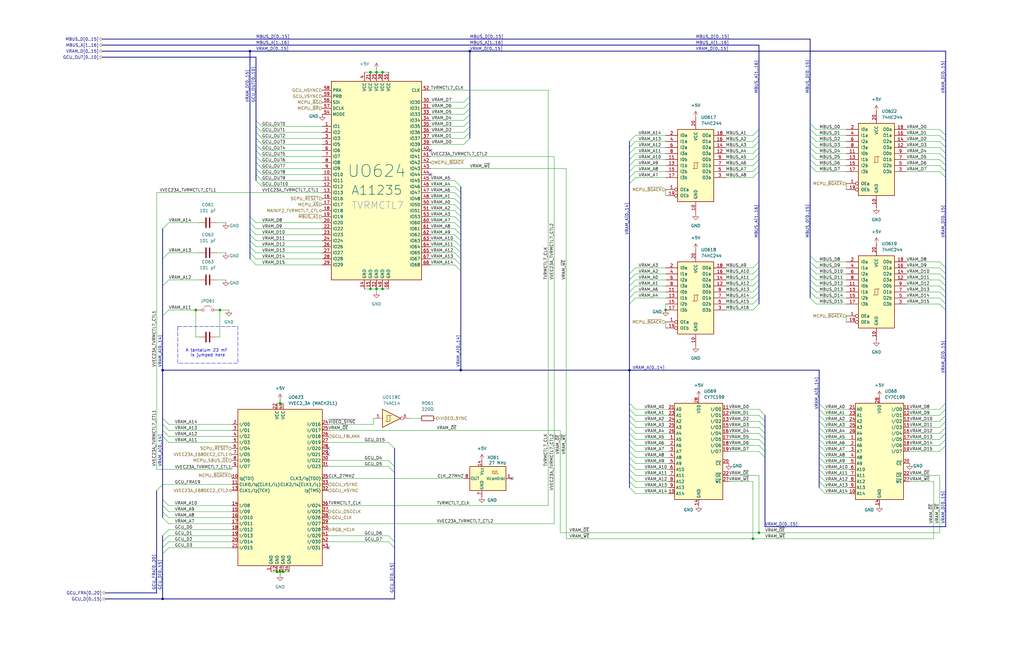
<source format=kicad_sch>
(kicad_sch (version 20231120) (generator "eeschema") (generator_version "8.0")
  (paper "B")
  (title_block (title "RA9704, Video RAM and Bus Mgmt") (date "2024-12-31") (rev "004") (company "Coin-Op Collection") (comment 1 "Author: Brandon Arnold") (comment 2 "License: CC BY-NC-SA 4.0"))
  (junction (at 92.71 130.81))
  (junction (at 116.84 241.3))
  (junction (at 118.11 241.3))
  (junction (at 265.43 156.21))
  (junction (at 198.12 21.59))
  (junction (at 156.21 30.48))
  (junction (at 320.04 224.79))
  (junction (at 317.5 227.33))
  (junction (at 156.21 121.92))
  (junction (at 68.58 252.73))
  (junction (at 118.11 170.18))
  (junction (at 158.75 30.48))
  (junction (at 194.31 156.21))
  (junction (at 161.29 30.48))
  (junction (at 105.41 21.59))
  (junction (at 68.58 156.21))
  (junction (at 119.38 241.3))
  (junction (at 161.29 121.92))
  (junction (at 158.75 121.92))
  (junction (at 280.67 130.81))
  (junction (at 82.55 130.81))
  (no_connect (at 138.43 191.77))
  (no_connect (at 181.61 63.5))
  (no_connect (at 138.43 189.23))
  (no_connect (at 138.43 231.14))
  (no_connect (at 215.9 201.93))
  (no_connect (at 181.61 73.66))
  (bus_entry (at 398.78 175.26) (size -2.54 2.54))
  (bus_entry (at 267.97 59.69) (size -2.54 2.54))
  (bus_entry (at 341.63 118.11) (size 2.54 2.54))
  (bus_entry (at 341.63 64.77) (size 2.54 2.54))
  (bus_entry (at 68.58 215.9) (size 2.54 2.54))
  (bus_entry (at 341.63 62.23) (size 2.54 2.54))
  (bus_entry (at 163.83 228.6) (size 2.54 2.54))
  (bus_entry (at 107.95 68.58) (size 2.54 2.54))
  (bus_entry (at 71.12 93.98) (size -2.54 2.54))
  (bus_entry (at 320.04 123.19) (size -2.54 2.54))
  (bus_entry (at 107.95 63.5) (size 2.54 2.54))
  (bus_entry (at 107.95 66.04) (size 2.54 2.54))
  (bus_entry (at 191.77 104.14) (size 2.54 2.54))
  (bus_entry (at 396.24 59.69) (size 2.54 2.54))
  (bus_entry (at 396.24 120.65) (size 2.54 2.54))
  (bus_entry (at 345.44 200.66) (size 2.54 2.54))
  (bus_entry (at 267.97 113.03) (size -2.54 2.54))
  (bus_entry (at 345.44 170.18) (size 2.54 2.54))
  (bus_entry (at 320.04 177.8) (size 2.54 2.54))
  (bus_entry (at 191.77 88.9) (size 2.54 2.54))
  (bus_entry (at 191.77 86.36) (size 2.54 2.54))
  (bus_entry (at 320.04 128.27) (size -2.54 2.54))
  (bus_entry (at 320.04 115.57) (size -2.54 2.54))
  (bus_entry (at 320.04 125.73) (size -2.54 2.54))
  (bus_entry (at 191.77 83.82) (size 2.54 2.54))
  (bus_entry (at 345.44 190.5) (size 2.54 2.54))
  (bus_entry (at 396.24 118.11) (size 2.54 2.54))
  (bus_entry (at 345.44 203.2) (size 2.54 2.54))
  (bus_entry (at 320.04 72.39) (size -2.54 2.54))
  (bus_entry (at 345.44 180.34) (size 2.54 2.54))
  (bus_entry (at 163.83 226.06) (size 2.54 2.54))
  (bus_entry (at 105.41 93.98) (size 2.54 2.54))
  (bus_entry (at 396.24 128.27) (size 2.54 2.54))
  (bus_entry (at 267.97 67.31) (size -2.54 2.54))
  (bus_entry (at 68.58 204.47) (size -2.54 2.54))
  (bus_entry (at 341.63 125.73) (size 2.54 2.54))
  (bus_entry (at 345.44 198.12) (size 2.54 2.54))
  (bus_entry (at 398.78 187.96) (size -2.54 2.54))
  (bus_entry (at 191.77 76.2) (size 2.54 2.54))
  (bus_entry (at 107.95 50.8) (size 2.54 2.54))
  (bus_entry (at 341.63 107.95) (size 2.54 2.54))
  (bus_entry (at 398.78 180.34) (size -2.54 2.54))
  (bus_entry (at 320.04 175.26) (size 2.54 2.54))
  (bus_entry (at 265.43 187.96) (size 2.54 2.54))
  (bus_entry (at 107.95 60.96) (size 2.54 2.54))
  (bus_entry (at 198.12 43.18) (size -2.54 2.54))
  (bus_entry (at 267.97 72.39) (size -2.54 2.54))
  (bus_entry (at 265.43 172.72) (size 2.54 2.54))
  (bus_entry (at 191.77 93.98) (size 2.54 2.54))
  (bus_entry (at 320.04 120.65) (size -2.54 2.54))
  (bus_entry (at 341.63 123.19) (size 2.54 2.54))
  (bus_entry (at 398.78 185.42) (size -2.54 2.54))
  (bus_entry (at 396.24 110.49) (size 2.54 2.54))
  (bus_entry (at 341.63 115.57) (size 2.54 2.54))
  (bus_entry (at 71.12 223.52) (size -2.54 2.54))
  (bus_entry (at 191.77 96.52) (size 2.54 2.54))
  (bus_entry (at 265.43 203.2) (size 2.54 2.54))
  (bus_entry (at 396.24 113.03) (size 2.54 2.54))
  (bus_entry (at 71.12 231.14) (size -2.54 2.54))
  (bus_entry (at 345.44 172.72) (size 2.54 2.54))
  (bus_entry (at 267.97 62.23) (size -2.54 2.54))
  (bus_entry (at 267.97 125.73) (size -2.54 2.54))
  (bus_entry (at 345.44 185.42) (size 2.54 2.54))
  (bus_entry (at 68.58 179.07) (size 2.54 2.54))
  (bus_entry (at 105.41 99.06) (size 2.54 2.54))
  (bus_entry (at 105.41 109.22) (size 2.54 2.54))
  (bus_entry (at 320.04 182.88) (size 2.54 2.54))
  (bus_entry (at 396.24 62.23) (size 2.54 2.54))
  (bus_entry (at 341.63 52.07) (size 2.54 2.54))
  (bus_entry (at 265.43 175.26) (size 2.54 2.54))
  (bus_entry (at 198.12 50.8) (size -2.54 2.54))
  (bus_entry (at 265.43 185.42) (size 2.54 2.54))
  (bus_entry (at 320.04 187.96) (size 2.54 2.54))
  (bus_entry (at 68.58 184.15) (size 2.54 2.54))
  (bus_entry (at 267.97 64.77) (size -2.54 2.54))
  (bus_entry (at 265.43 182.88) (size 2.54 2.54))
  (bus_entry (at 267.97 115.57) (size -2.54 2.54))
  (bus_entry (at 105.41 96.52) (size 2.54 2.54))
  (bus_entry (at 267.97 57.15) (size -2.54 2.54))
  (bus_entry (at 267.97 118.11) (size -2.54 2.54))
  (bus_entry (at 265.43 205.74) (size 2.54 2.54))
  (bus_entry (at 191.77 91.44) (size 2.54 2.54))
  (bus_entry (at 341.63 113.03) (size 2.54 2.54))
  (bus_entry (at 320.04 57.15) (size -2.54 2.54))
  (bus_entry (at 107.95 76.2) (size 2.54 2.54))
  (bus_entry (at 68.58 213.36) (size 2.54 2.54))
  (bus_entry (at 163.83 196.85) (size 2.54 2.54))
  (bus_entry (at 68.58 181.61) (size 2.54 2.54))
  (bus_entry (at 320.04 118.11) (size -2.54 2.54))
  (bus_entry (at 345.44 177.8) (size 2.54 2.54))
  (bus_entry (at 105.41 104.14) (size 2.54 2.54))
  (bus_entry (at 71.12 228.6) (size -2.54 2.54))
  (bus_entry (at 320.04 67.31) (size -2.54 2.54))
  (bus_entry (at 320.04 62.23) (size -2.54 2.54))
  (bus_entry (at 191.77 78.74) (size 2.54 2.54))
  (bus_entry (at 320.04 59.69) (size -2.54 2.54))
  (bus_entry (at 107.95 55.88) (size 2.54 2.54))
  (bus_entry (at 398.78 177.8) (size -2.54 2.54))
  (bus_entry (at 396.24 67.31) (size 2.54 2.54))
  (bus_entry (at 107.95 71.12) (size 2.54 2.54))
  (bus_entry (at 320.04 110.49) (size -2.54 2.54))
  (bus_entry (at 320.04 185.42) (size 2.54 2.54))
  (bus_entry (at 320.04 172.72) (size 2.54 2.54))
  (bus_entry (at 320.04 190.5) (size 2.54 2.54))
  (bus_entry (at 396.24 54.61) (size 2.54 2.54))
  (bus_entry (at 267.97 74.93) (size -2.54 2.54))
  (bus_entry (at 198.12 58.42) (size -2.54 2.54))
  (bus_entry (at 345.44 193.04) (size 2.54 2.54))
  (bus_entry (at 105.41 106.68) (size 2.54 2.54))
  (bus_entry (at 191.77 109.22) (size 2.54 2.54))
  (bus_entry (at 396.24 125.73) (size 2.54 2.54))
  (bus_entry (at 345.44 175.26) (size 2.54 2.54))
  (bus_entry (at 345.44 187.96) (size 2.54 2.54))
  (bus_entry (at 107.95 58.42) (size 2.54 2.54))
  (bus_entry (at 198.12 55.88) (size -2.54 2.54))
  (bus_entry (at 107.95 53.34) (size 2.54 2.54))
  (bus_entry (at 396.24 72.39) (size 2.54 2.54))
  (bus_entry (at 396.24 57.15) (size 2.54 2.54))
  (bus_entry (at 341.63 57.15) (size 2.54 2.54))
  (bus_entry (at 396.24 123.19) (size 2.54 2.54))
  (bus_entry (at 265.43 177.8) (size 2.54 2.54))
  (bus_entry (at 163.83 194.31) (size 2.54 2.54))
  (bus_entry (at 265.43 170.18) (size 2.54 2.54))
  (bus_entry (at 105.41 101.6) (size 2.54 2.54))
  (bus_entry (at 68.58 210.82) (size 2.54 2.54))
  (bus_entry (at 396.24 64.77) (size 2.54 2.54))
  (bus_entry (at 265.43 200.66) (size 2.54 2.54))
  (bus_entry (at 341.63 120.65) (size 2.54 2.54))
  (bus_entry (at 341.63 54.61) (size 2.54 2.54))
  (bus_entry (at 341.63 67.31) (size 2.54 2.54))
  (bus_entry (at 265.43 198.12) (size 2.54 2.54))
  (bus_entry (at 191.77 81.28) (size 2.54 2.54))
  (bus_entry (at 320.04 54.61) (size -2.54 2.54))
  (bus_entry (at 398.78 170.18) (size -2.54 2.54))
  (bus_entry (at 198.12 48.26) (size -2.54 2.54))
  (bus_entry (at 320.04 113.03) (size -2.54 2.54))
  (bus_entry (at 267.97 123.19) (size -2.54 2.54))
  (bus_entry (at 191.77 99.06) (size 2.54 2.54))
  (bus_entry (at 320.04 180.34) (size 2.54 2.54))
  (bus_entry (at 341.63 110.49) (size 2.54 2.54))
  (bus_entry (at 191.77 111.76) (size 2.54 2.54))
  (bus_entry (at 267.97 69.85) (size -2.54 2.54))
  (bus_entry (at 71.12 130.81) (size -2.54 2.54))
  (bus_entry (at 198.12 45.72) (size -2.54 2.54))
  (bus_entry (at 71.12 106.68) (size -2.54 2.54))
  (bus_entry (at 107.95 73.66) (size 2.54 2.54))
  (bus_entry (at 265.43 190.5) (size 2.54 2.54))
  (bus_entry (at 68.58 218.44) (size 2.54 2.54))
  (bus_entry (at 320.04 64.77) (size -2.54 2.54))
  (bus_entry (at 398.78 172.72) (size -2.54 2.54))
  (bus_entry (at 198.12 53.34) (size -2.54 2.54))
  (bus_entry (at 265.43 180.34) (size 2.54 2.54))
  (bus_entry (at 396.24 115.57) (size 2.54 2.54))
  (bus_entry (at 71.12 226.06) (size -2.54 2.54))
  (bus_entry (at 345.44 195.58) (size 2.54 2.54))
  (bus_entry (at 341.63 69.85) (size 2.54 2.54))
  (bus_entry (at 345.44 182.88) (size 2.54 2.54))
  (bus_entry (at 265.43 195.58) (size 2.54 2.54))
  (bus_entry (at 71.12 118.11) (size -2.54 2.54))
  (bus_entry (at 398.78 182.88) (size -2.54 2.54))
  (bus_entry (at 163.83 186.69) (size 2.54 2.54))
  (bus_entry (at 267.97 120.65) (size -2.54 2.54))
  (bus_entry (at 191.77 101.6) (size 2.54 2.54))
  (bus_entry (at 396.24 69.85) (size 2.54 2.54))
  (bus_entry (at 341.63 59.69) (size 2.54 2.54))
  (bus_entry (at 68.58 176.53) (size 2.54 2.54))
  (bus_entry (at 320.04 69.85) (size -2.54 2.54))
  (bus_entry (at 345.44 205.74) (size 2.54 2.54))
  (bus_entry (at 191.77 106.68) (size 2.54 2.54))
  (bus_entry (at 105.41 91.44) (size 2.54 2.54))
  (bus_entry (at 198.12 40.64) (size -2.54 2.54))
  (bus_entry (at 265.43 193.04) (size 2.54 2.54))
  (bus (pts (xy 194.31 96.52) (xy 194.31 99.06)))
  (bus (pts (xy 105.41 21.59) (xy 105.41 91.44)))
  (bus (pts (xy 194.31 88.9) (xy 194.31 91.44)))
  (wire (pts (xy 347.98 195.58) (xy 358.14 195.58)))
  (wire (pts (xy 306.07 72.39) (xy 317.5 72.39)))
  (wire (pts (xy 238.76 71.12) (xy 238.76 227.33)))
  (bus (pts (xy 320.04 54.61) (xy 320.04 19.05)))
  (wire (pts (xy 307.34 182.88) (xy 320.04 182.88)))
  (wire (pts (xy 138.43 228.6) (xy 163.83 228.6)))
  (wire (pts (xy 344.17 123.19) (xy 356.87 123.19)))
  (wire (pts (xy 383.54 182.88) (xy 396.24 182.88)))
  (wire (pts (xy 138.43 186.69) (xy 163.83 186.69)))
  (bus (pts (xy 265.43 172.72) (xy 265.43 175.26)))
  (bus (pts (xy 107.95 73.66) (xy 107.95 71.12)))
  (bus (pts (xy 194.31 101.6) (xy 194.31 104.14)))
  (bus (pts (xy 341.63 120.65) (xy 341.63 118.11)))
  (bus (pts (xy 398.78 115.57) (xy 398.78 118.11)))
  (bus (pts (xy 265.43 198.12) (xy 265.43 200.66)))
  (wire (pts (xy 195.58 45.72) (xy 181.61 45.72)))
  (bus (pts (xy 265.43 156.21) (xy 265.43 170.18)))
  (bus (pts (xy 320.04 57.15) (xy 320.04 54.61)))
  (bus (pts (xy 107.95 66.04) (xy 107.95 63.5)))
  (bus (pts (xy 105.41 104.14) (xy 105.41 106.68)))
  (wire (pts (xy 233.68 66.04) (xy 233.68 220.98)))
  (wire (pts (xy 138.43 220.98) (xy 233.68 220.98)))
  (wire (pts (xy 347.98 172.72) (xy 358.14 172.72)))
  (bus (pts (xy 320.04 118.11) (xy 320.04 115.57)))
  (bus (pts (xy 345.44 175.26) (xy 345.44 177.8)))
  (wire (pts (xy 267.97 187.96) (xy 281.94 187.96)))
  (wire (pts (xy 195.58 55.88) (xy 181.61 55.88)))
  (bus (pts (xy 105.41 96.52) (xy 105.41 99.06)))
  (wire (pts (xy 95.25 106.68) (xy 91.44 106.68)))
  (wire (pts (xy 383.54 180.34) (xy 396.24 180.34)))
  (wire (pts (xy 236.22 224.79) (xy 236.22 181.61)))
  (wire (pts (xy 382.27 57.15) (xy 396.24 57.15)))
  (wire (pts (xy 344.17 125.73) (xy 356.87 125.73)))
  (wire (pts (xy 71.12 130.81) (xy 82.55 130.81)))
  (bus (pts (xy 105.41 91.44) (xy 105.41 93.98)))
  (bus (pts (xy 166.37 199.39) (xy 166.37 228.6)))
  (wire (pts (xy 344.17 64.77) (xy 356.87 64.77)))
  (wire (pts (xy 267.97 120.65) (xy 280.67 120.65)))
  (bus (pts (xy 68.58 109.22) (xy 68.58 120.65)))
  (wire (pts (xy 107.95 104.14) (xy 135.89 104.14)))
  (wire (pts (xy 382.27 67.31) (xy 396.24 67.31)))
  (bus (pts (xy 68.58 120.65) (xy 68.58 133.35)))
  (bus (pts (xy 198.12 45.72) (xy 198.12 43.18)))
  (wire (pts (xy 267.97 205.74) (xy 281.94 205.74)))
  (bus (pts (xy 345.44 198.12) (xy 345.44 200.66)))
  (bus (pts (xy 322.58 187.96) (xy 322.58 190.5)))
  (bus (pts (xy 341.63 113.03) (xy 341.63 110.49)))
  (wire (pts (xy 267.97 113.03) (xy 280.67 113.03)))
  (bus (pts (xy 341.63 123.19) (xy 341.63 120.65)))
  (wire (pts (xy 71.12 223.52) (xy 97.79 223.52)))
  (wire (pts (xy 344.17 113.03) (xy 356.87 113.03)))
  (bus (pts (xy 398.78 180.34) (xy 398.78 182.88)))
  (bus (pts (xy 198.12 48.26) (xy 198.12 45.72)))
  (wire (pts (xy 267.97 118.11) (xy 280.67 118.11)))
  (bus (pts (xy 107.95 63.5) (xy 107.95 60.96)))
  (wire (pts (xy 344.17 128.27) (xy 356.87 128.27)))
  (wire (pts (xy 383.54 172.72) (xy 396.24 172.72)))
  (wire (pts (xy 307.34 203.2) (xy 317.5 203.2)))
  (bus (pts (xy 194.31 86.36) (xy 194.31 88.9)))
  (wire (pts (xy 181.61 88.9) (xy 191.77 88.9)))
  (wire (pts (xy 347.98 187.96) (xy 358.14 187.96)))
  (bus (pts (xy 265.43 180.34) (xy 265.43 182.88)))
  (bus (pts (xy 322.58 190.5) (xy 322.58 193.04)))
  (bus (pts (xy 265.43 187.96) (xy 265.43 190.5)))
  (wire (pts (xy 267.97 175.26) (xy 281.94 175.26)))
  (wire (pts (xy 157.48 179.07) (xy 157.48 176.53)))
  (bus (pts (xy 107.95 76.2) (xy 107.95 73.66)))
  (wire (pts (xy 267.97 57.15) (xy 280.67 57.15)))
  (bus (pts (xy 265.43 200.66) (xy 265.43 203.2)))
  (bus (pts (xy 345.44 185.42) (xy 345.44 187.96)))
  (bus (pts (xy 166.37 228.6) (xy 166.37 231.14)))
  (wire (pts (xy 307.34 190.5) (xy 320.04 190.5)))
  (wire (pts (xy 344.17 54.61) (xy 356.87 54.61)))
  (bus (pts (xy 320.04 110.49) (xy 320.04 72.39)))
  (wire (pts (xy 71.12 220.98) (xy 97.79 220.98)))
  (bus (pts (xy 265.43 123.19) (xy 265.43 125.73)))
  (bus (pts (xy 105.41 93.98) (xy 105.41 96.52)))
  (bus (pts (xy 194.31 78.74) (xy 194.31 81.28)))
  (wire (pts (xy 347.98 182.88) (xy 358.14 182.88)))
  (wire (pts (xy 181.61 81.28) (xy 191.77 81.28)))
  (wire (pts (xy 306.07 69.85) (xy 317.5 69.85)))
  (wire (pts (xy 383.54 175.26) (xy 396.24 175.26)))
  (bus (pts (xy 107.95 24.13) (xy 107.95 50.8)))
  (bus (pts (xy 68.58 176.53) (xy 68.58 179.07)))
  (bus (pts (xy 398.78 123.19) (xy 398.78 125.73)))
  (wire (pts (xy 344.17 118.11) (xy 356.87 118.11)))
  (bus (pts (xy 194.31 111.76) (xy 194.31 114.3)))
  (wire (pts (xy 107.95 101.6) (xy 135.89 101.6)))
  (wire (pts (xy 66.04 81.28) (xy 135.89 81.28)))
  (bus (pts (xy 345.44 195.58) (xy 345.44 198.12)))
  (bus (pts (xy 68.58 204.47) (xy 68.58 210.82)))
  (bus (pts (xy 322.58 175.26) (xy 322.58 177.8)))
  (wire (pts (xy 181.61 93.98) (xy 191.77 93.98)))
  (wire (pts (xy 267.97 125.73) (xy 280.67 125.73)))
  (bus (pts (xy 105.41 21.59) (xy 198.12 21.59)))
  (bus (pts (xy 341.63 59.69) (xy 341.63 57.15)))
  (wire (pts (xy 306.07 120.65) (xy 317.5 120.65)))
  (wire (pts (xy 267.97 123.19) (xy 280.67 123.19)))
  (bus (pts (xy 265.43 185.42) (xy 265.43 187.96)))
  (wire (pts (xy 347.98 200.66) (xy 358.14 200.66)))
  (bus (pts (xy 320.04 67.31) (xy 320.04 64.77)))
  (wire (pts (xy 83.82 142.24) (xy 82.55 142.24)))
  (wire (pts (xy 267.97 200.66) (xy 281.94 200.66)))
  (bus (pts (xy 198.12 21.59) (xy 198.12 40.64)))
  (bus (pts (xy 265.43 182.88) (xy 265.43 185.42)))
  (wire (pts (xy 396.24 200.66) (xy 396.24 224.79)))
  (wire (pts (xy 181.61 109.22) (xy 191.77 109.22)))
  (bus (pts (xy 68.58 226.06) (xy 68.58 228.6)))
  (wire (pts (xy 71.12 106.68) (xy 83.82 106.68)))
  (bus (pts (xy 398.78 21.59) (xy 398.78 57.15)))
  (bus (pts (xy 341.63 125.73) (xy 341.63 123.19)))
  (wire (pts (xy 110.49 53.34) (xy 135.89 53.34)))
  (bus (pts (xy 341.63 107.95) (xy 341.63 69.85)))
  (bus (pts (xy 320.04 113.03) (xy 320.04 110.49)))
  (bus (pts (xy 265.43 62.23) (xy 265.43 64.77)))
  (bus (pts (xy 68.58 215.9) (xy 68.58 218.44)))
  (bus (pts (xy 194.31 114.3) (xy 194.31 156.21)))
  (bus (pts (xy 107.95 55.88) (xy 107.95 53.34)))
  (wire (pts (xy 119.38 241.3) (xy 118.11 241.3)))
  (wire (pts (xy 344.17 62.23) (xy 356.87 62.23)))
  (wire (pts (xy 97.79 200.66) (xy 97.79 201.93)))
  (wire (pts (xy 344.17 120.65) (xy 356.87 120.65)))
  (bus (pts (xy 68.58 156.21) (xy 194.31 156.21)))
  (wire (pts (xy 356.87 77.47) (xy 356.87 80.01)))
  (bus (pts (xy 194.31 91.44) (xy 194.31 93.98)))
  (bus (pts (xy 322.58 182.88) (xy 322.58 185.42)))
  (bus (pts (xy 320.04 123.19) (xy 320.04 120.65)))
  (wire (pts (xy 382.27 120.65) (xy 396.24 120.65)))
  (wire (pts (xy 307.34 175.26) (xy 320.04 175.26)))
  (wire (pts (xy 382.27 62.23) (xy 396.24 62.23)))
  (wire (pts (xy 307.34 187.96) (xy 320.04 187.96)))
  (wire (pts (xy 267.97 193.04) (xy 281.94 193.04)))
  (wire (pts (xy 91.44 142.24) (xy 92.71 142.24)))
  (wire (pts (xy 158.75 30.48) (xy 161.29 30.48)))
  (bus (pts (xy 398.78 175.26) (xy 398.78 177.8)))
  (wire (pts (xy 181.61 111.76) (xy 191.77 111.76)))
  (wire (pts (xy 68.58 204.47) (xy 97.79 204.47)))
  (bus (pts (xy 345.44 180.34) (xy 345.44 182.88)))
  (wire (pts (xy 71.12 231.14) (xy 97.79 231.14)))
  (wire (pts (xy 238.76 227.33) (xy 317.5 227.33)))
  (wire (pts (xy 107.95 96.52) (xy 135.89 96.52)))
  (wire (pts (xy 66.04 81.28) (xy 66.04 198.12)))
  (wire (pts (xy 161.29 30.48) (xy 163.83 30.48)))
  (wire (pts (xy 267.97 177.8) (xy 281.94 177.8)))
  (wire (pts (xy 320.04 224.79) (xy 236.22 224.79)))
  (wire (pts (xy 107.95 99.06) (xy 135.89 99.06)))
  (bus (pts (xy 345.44 203.2) (xy 345.44 205.74)))
  (wire (pts (xy 382.27 110.49) (xy 396.24 110.49)))
  (bus (pts (xy 194.31 104.14) (xy 194.31 106.68)))
  (bus (pts (xy 320.04 115.57) (xy 320.04 113.03)))
  (wire (pts (xy 118.11 241.3) (xy 116.84 241.3)))
  (wire (pts (xy 118.11 170.18) (xy 116.84 170.18)))
  (bus (pts (xy 345.44 170.18) (xy 345.44 172.72)))
  (wire (pts (xy 347.98 208.28) (xy 358.14 208.28)))
  (wire (pts (xy 110.49 76.2) (xy 135.89 76.2)))
  (wire (pts (xy 138.43 196.85) (xy 163.83 196.85)))
  (bus (pts (xy 68.58 213.36) (xy 68.58 215.9)))
  (bus (pts (xy 398.78 118.11) (xy 398.78 120.65)))
  (bus (pts (xy 345.44 172.72) (xy 345.44 175.26)))
  (bus (pts (xy 265.43 203.2) (xy 265.43 205.74)))
  (bus (pts (xy 265.43 195.58) (xy 265.43 198.12)))
  (wire (pts (xy 110.49 71.12) (xy 135.89 71.12)))
  (bus (pts (xy 107.95 58.42) (xy 107.95 55.88)))
  (bus (pts (xy 107.95 53.34) (xy 107.95 50.8)))
  (bus (pts (xy 398.78 62.23) (xy 398.78 64.77)))
  (wire (pts (xy 92.71 130.81) (xy 92.71 142.24)))
  (wire (pts (xy 344.17 59.69) (xy 356.87 59.69)))
  (wire (pts (xy 383.54 190.5) (xy 396.24 190.5)))
  (wire (pts (xy 110.49 58.42) (xy 135.89 58.42)))
  (wire (pts (xy 138.43 194.31) (xy 163.83 194.31)))
  (bus (pts (xy 341.63 118.11) (xy 341.63 115.57)))
  (bus (pts (xy 398.78 128.27) (xy 398.78 130.81)))
  (wire (pts (xy 82.55 130.81) (xy 82.55 142.24)))
  (wire (pts (xy 181.61 86.36) (xy 191.77 86.36)))
  (wire (pts (xy 382.27 113.03) (xy 396.24 113.03)))
  (wire (pts (xy 107.95 93.98) (xy 135.89 93.98)))
  (wire (pts (xy 267.97 208.28) (xy 281.94 208.28)))
  (wire (pts (xy 181.61 76.2) (xy 191.77 76.2)))
  (bus (pts (xy 265.43 128.27) (xy 265.43 156.21)))
  (bus (pts (xy 398.78 59.69) (xy 398.78 62.23)))
  (wire (pts (xy 158.75 121.92) (xy 156.21 121.92)))
  (bus (pts (xy 105.41 106.68) (xy 105.41 109.22)))
  (bus (pts (xy 398.78 177.8) (xy 398.78 180.34)))
  (bus (pts (xy 345.44 156.21) (xy 265.43 156.21)))
  (bus (pts (xy 398.78 64.77) (xy 398.78 67.31)))
  (wire (pts (xy 347.98 205.74) (xy 358.14 205.74)))
  (wire (pts (xy 347.98 193.04) (xy 358.14 193.04)))
  (bus (pts (xy 322.58 222.25) (xy 398.78 222.25)))
  (wire (pts (xy 307.34 172.72) (xy 320.04 172.72)))
  (bus (pts (xy 320.04 62.23) (xy 320.04 59.69)))
  (bus (pts (xy 68.58 231.14) (xy 68.58 233.68)))
  (wire (pts (xy 306.07 115.57) (xy 317.5 115.57)))
  (wire (pts (xy 267.97 190.5) (xy 281.94 190.5)))
  (wire (pts (xy 383.54 185.42) (xy 396.24 185.42)))
  (bus (pts (xy 341.63 67.31) (xy 341.63 64.77)))
  (wire (pts (xy 181.61 99.06) (xy 191.77 99.06)))
  (bus (pts (xy 320.04 69.85) (xy 320.04 67.31)))
  (wire (pts (xy 307.34 180.34) (xy 320.04 180.34)))
  (wire (pts (xy 97.79 198.12) (xy 97.79 196.85)))
  (wire (pts (xy 347.98 175.26) (xy 358.14 175.26)))
  (bus (pts (xy 194.31 156.21) (xy 265.43 156.21)))
  (wire (pts (xy 195.58 48.26) (xy 181.61 48.26)))
  (wire (pts (xy 382.27 123.19) (xy 396.24 123.19)))
  (wire (pts (xy 95.25 93.98) (xy 91.44 93.98)))
  (wire (pts (xy 116.84 241.3) (xy 114.3 241.3)))
  (bus (pts (xy 44.45 252.73) (xy 68.58 252.73)))
  (wire (pts (xy 347.98 177.8) (xy 358.14 177.8)))
  (wire (pts (xy 347.98 203.2) (xy 358.14 203.2)))
  (bus (pts (xy 341.63 69.85) (xy 341.63 67.31)))
  (bus (pts (xy 194.31 109.22) (xy 194.31 111.76)))
  (wire (pts (xy 107.95 106.68) (xy 135.89 106.68)))
  (bus (pts (xy 265.43 177.8) (xy 265.43 180.34)))
  (bus (pts (xy 68.58 179.07) (xy 68.58 181.61)))
  (wire (pts (xy 383.54 187.96) (xy 396.24 187.96)))
  (bus (pts (xy 345.44 156.21) (xy 345.44 170.18)))
  (bus (pts (xy 398.78 125.73) (xy 398.78 128.27)))
  (bus (pts (xy 43.18 19.05) (xy 320.04 19.05)))
  (wire (pts (xy 347.98 185.42) (xy 358.14 185.42)))
  (bus (pts (xy 107.95 60.96) (xy 107.95 58.42)))
  (bus (pts (xy 198.12 21.59) (xy 398.78 21.59)))
  (bus (pts (xy 265.43 67.31) (xy 265.43 69.85)))
  (bus (pts (xy 68.58 228.6) (xy 68.58 231.14)))
  (wire (pts (xy 172.72 176.53) (xy 176.53 176.53)))
  (bus (pts (xy 398.78 170.18) (xy 398.78 172.72)))
  (bus (pts (xy 265.43 72.39) (xy 265.43 74.93)))
  (bus (pts (xy 166.37 196.85) (xy 166.37 199.39)))
  (wire (pts (xy 71.12 184.15) (xy 97.79 184.15)))
  (wire (pts (xy 71.12 93.98) (xy 83.82 93.98)))
  (bus (pts (xy 107.95 68.58) (xy 107.95 66.04)))
  (bus (pts (xy 68.58 156.21) (xy 68.58 176.53)))
  (bus (pts (xy 265.43 125.73) (xy 265.43 128.27)))
  (bus (pts (xy 345.44 193.04) (xy 345.44 195.58)))
  (wire (pts (xy 382.27 64.77) (xy 396.24 64.77)))
  (wire (pts (xy 138.43 179.07) (xy 157.48 179.07)))
  (wire (pts (xy 382.27 59.69) (xy 396.24 59.69)))
  (wire (pts (xy 66.04 198.12) (xy 97.79 198.12)))
  (wire (pts (xy 382.27 128.27) (xy 396.24 128.27)))
  (wire (pts (xy 382.27 115.57) (xy 396.24 115.57)))
  (bus (pts (xy 345.44 200.66) (xy 345.44 203.2)))
  (bus (pts (xy 194.31 93.98) (xy 194.31 96.52)))
  (wire (pts (xy 267.97 64.77) (xy 280.67 64.77)))
  (wire (pts (xy 110.49 68.58) (xy 135.89 68.58)))
  (wire (pts (xy 267.97 59.69) (xy 280.67 59.69)))
  (wire (pts (xy 71.12 226.06) (xy 97.79 226.06)))
  (wire (pts (xy 110.49 63.5) (xy 135.89 63.5)))
  (bus (pts (xy 194.31 81.28) (xy 194.31 83.82)))
  (wire (pts (xy 344.17 57.15) (xy 356.87 57.15)))
  (wire (pts (xy 267.97 198.12) (xy 281.94 198.12)))
  (bus (pts (xy 265.43 69.85) (xy 265.43 72.39)))
  (bus (pts (xy 398.78 69.85) (xy 398.78 72.39)))
  (wire (pts (xy 181.61 104.14) (xy 191.77 104.14)))
  (wire (pts (xy 138.43 201.93) (xy 195.58 201.93)))
  (wire (pts (xy 347.98 190.5) (xy 358.14 190.5)))
  (wire (pts (xy 195.58 60.96) (xy 181.61 60.96)))
  (wire (pts (xy 71.12 181.61) (xy 97.79 181.61)))
  (wire (pts (xy 138.43 181.61) (xy 236.22 181.61)))
  (wire (pts (xy 317.5 203.2) (xy 317.5 227.33)))
  (bus (pts (xy 345.44 190.5) (xy 345.44 193.04)))
  (bus (pts (xy 194.31 99.06) (xy 194.31 101.6)))
  (bus (pts (xy 265.43 118.11) (xy 265.43 120.65)))
  (bus (pts (xy 398.78 120.65) (xy 398.78 123.19)))
  (wire (pts (xy 267.97 185.42) (xy 281.94 185.42)))
  (bus (pts (xy 398.78 185.42) (xy 398.78 187.96)))
  (bus (pts (xy 194.31 83.82) (xy 194.31 86.36)))
  (bus (pts (xy 320.04 128.27) (xy 320.04 125.73)))
  (bus (pts (xy 398.78 222.25) (xy 398.78 187.96)))
  (wire (pts (xy 267.97 62.23) (xy 280.67 62.23)))
  (wire (pts (xy 306.07 113.03) (xy 317.5 113.03)))
  (wire (pts (xy 231.14 213.36) (xy 231.14 38.1)))
  (bus (pts (xy 68.58 133.35) (xy 68.58 156.21)))
  (bus (pts (xy 198.12 43.18) (xy 198.12 40.64)))
  (wire (pts (xy 267.97 67.31) (xy 280.67 67.31)))
  (bus (pts (xy 398.78 57.15) (xy 398.78 59.69)))
  (wire (pts (xy 267.97 115.57) (xy 280.67 115.57)))
  (bus (pts (xy 166.37 189.23) (xy 166.37 196.85)))
  (wire (pts (xy 382.27 72.39) (xy 396.24 72.39)))
  (wire (pts (xy 181.61 38.1) (xy 231.14 38.1)))
  (bus (pts (xy 322.58 177.8) (xy 322.58 180.34)))
  (wire (pts (xy 267.97 182.88) (xy 281.94 182.88)))
  (bus (pts (xy 341.63 57.15) (xy 341.63 54.61)))
  (wire (pts (xy 382.27 118.11) (xy 396.24 118.11)))
  (wire (pts (xy 153.67 121.92) (xy 156.21 121.92)))
  (bus (pts (xy 105.41 99.06) (xy 105.41 101.6)))
  (bus (pts (xy 265.43 170.18) (xy 265.43 172.72)))
  (wire (pts (xy 383.54 177.8) (xy 396.24 177.8)))
  (bus (pts (xy 345.44 177.8) (xy 345.44 180.34)))
  (wire (pts (xy 71.12 118.11) (xy 83.82 118.11)))
  (wire (pts (xy 267.97 180.34) (xy 281.94 180.34)))
  (wire (pts (xy 110.49 78.74) (xy 135.89 78.74)))
  (wire (pts (xy 383.54 203.2) (xy 393.7 203.2)))
  (bus (pts (xy 68.58 210.82) (xy 68.58 213.36)))
  (wire (pts (xy 306.07 130.81) (xy 317.5 130.81)))
  (wire (pts (xy 71.12 215.9) (xy 97.79 215.9)))
  (bus (pts (xy 341.63 110.49) (xy 341.63 107.95)))
  (wire (pts (xy 344.17 110.49) (xy 356.87 110.49)))
  (wire (pts (xy 107.95 109.22) (xy 135.89 109.22)))
  (wire (pts (xy 306.07 67.31) (xy 317.5 67.31)))
  (wire (pts (xy 306.07 59.69) (xy 317.5 59.69)))
  (wire (pts (xy 195.58 43.18) (xy 181.61 43.18)))
  (bus (pts (xy 322.58 180.34) (xy 322.58 182.88)))
  (wire (pts (xy 307.34 177.8) (xy 320.04 177.8)))
  (wire (pts (xy 118.11 168.91) (xy 118.11 170.18)))
  (wire (pts (xy 382.27 125.73) (xy 396.24 125.73)))
  (wire (pts (xy 344.17 115.57) (xy 356.87 115.57)))
  (wire (pts (xy 306.07 74.93) (xy 317.5 74.93)))
  (bus (pts (xy 320.04 125.73) (xy 320.04 123.19)))
  (wire (pts (xy 138.43 213.36) (xy 231.14 213.36)))
  (bus (pts (xy 194.31 106.68) (xy 194.31 109.22)))
  (wire (pts (xy 181.61 83.82) (xy 191.77 83.82)))
  (bus (pts (xy 265.43 193.04) (xy 265.43 195.58)))
  (wire (pts (xy 320.04 200.66) (xy 320.04 224.79)))
  (wire (pts (xy 181.61 91.44) (xy 191.77 91.44)))
  (wire (pts (xy 181.61 78.74) (xy 191.77 78.74)))
  (wire (pts (xy 181.61 50.8) (xy 195.58 50.8)))
  (wire (pts (xy 121.92 241.3) (xy 119.38 241.3)))
  (wire (pts (xy 118.11 242.57) (xy 118.11 241.3)))
  (wire (pts (xy 107.95 111.76) (xy 135.89 111.76)))
  (bus (pts (xy 43.18 16.51) (xy 341.63 16.51)))
  (wire (pts (xy 138.43 226.06) (xy 163.83 226.06)))
  (wire (pts (xy 158.75 29.21) (xy 158.75 30.48)))
  (bus (pts (xy 198.12 58.42) (xy 198.12 55.88)))
  (wire (pts (xy 181.61 96.52) (xy 191.77 96.52)))
  (wire (pts (xy 344.17 72.39) (xy 356.87 72.39)))
  (bus (pts (xy 341.63 64.77) (xy 341.63 62.23)))
  (bus (pts (xy 43.18 24.13) (xy 107.95 24.13)))
  (bus (pts (xy 265.43 120.65) (xy 265.43 123.19)))
  (bus (pts (xy 265.43 175.26) (xy 265.43 177.8)))
  (bus (pts (xy 265.43 77.47) (xy 265.43 115.57)))
  (bus (pts (xy 265.43 59.69) (xy 265.43 62.23)))
  (bus (pts (xy 105.41 101.6) (xy 105.41 104.14)))
  (wire (pts (xy 119.38 170.18) (xy 118.11 170.18)))
  (wire (pts (xy 181.61 101.6) (xy 191.77 101.6)))
  (wire (pts (xy 110.49 66.04) (xy 135.89 66.04)))
  (wire (pts (xy 267.97 72.39) (xy 280.67 72.39)))
  (bus (pts (xy 68.58 252.73) (xy 166.37 252.73)))
  (bus (pts (xy 198.12 53.34) (xy 198.12 50.8)))
  (wire (pts (xy 71.12 179.07) (xy 97.79 179.07)))
  (wire (pts (xy 161.29 121.92) (xy 158.75 121.92)))
  (wire (pts (xy 267.97 69.85) (xy 280.67 69.85)))
  (wire (pts (xy 71.12 186.69) (xy 97.79 186.69)))
  (bus (pts (xy 398.78 172.72) (xy 398.78 175.26)))
  (bus (pts (xy 398.78 74.93) (xy 398.78 113.03)))
  (bus (pts (xy 322.58 185.42) (xy 322.58 187.96)))
  (wire (pts (xy 306.07 57.15) (xy 317.5 57.15)))
  (bus (pts (xy 320.04 72.39) (xy 320.04 69.85)))
  (bus (pts (xy 44.45 250.19) (xy 66.04 250.19)))
  (wire (pts (xy 71.12 213.36) (xy 97.79 213.36)))
  (wire (pts (xy 163.83 121.92) (xy 161.29 121.92)))
  (bus (pts (xy 341.63 115.57) (xy 341.63 113.03)))
  (wire (pts (xy 195.58 53.34) (xy 181.61 53.34)))
  (bus (pts (xy 198.12 55.88) (xy 198.12 53.34)))
  (bus (pts (xy 398.78 113.03) (xy 398.78 115.57)))
  (wire (pts (xy 153.67 30.48) (xy 156.21 30.48)))
  (wire (pts (xy 306.07 125.73) (xy 317.5 125.73)))
  (wire (pts (xy 158.75 123.19) (xy 158.75 121.92)))
  (wire (pts (xy 307.34 200.66) (xy 320.04 200.66)))
  (wire (pts (xy 469.9 129.54) (xy 480.06 129.54)))
  (wire (pts (xy 110.49 55.88) (xy 135.89 55.88)))
  (wire (pts (xy 344.17 69.85) (xy 356.87 69.85)))
  (bus (pts (xy 322.58 193.04) (xy 322.58 222.25)))
  (bus (pts (xy 320.04 64.77) (xy 320.04 62.23)))
  (wire (pts (xy 95.25 118.11) (xy 91.44 118.11)))
  (bus (pts (xy 66.04 207.01) (xy 66.04 250.19)))
  (bus (pts (xy 345.44 187.96) (xy 345.44 190.5)))
  (wire (pts (xy 306.07 64.77) (xy 317.5 64.77)))
  (wire (pts (xy 96.52 130.81) (xy 92.71 130.81)))
  (wire (pts (xy 267.97 195.58) (xy 281.94 195.58)))
  (wire (pts (xy 320.04 224.79) (xy 396.24 224.79)))
  (bus (pts (xy 398.78 182.88) (xy 398.78 185.42)))
  (wire (pts (xy 280.67 80.01) (xy 280.67 82.55)))
  (bus (pts (xy 68.58 233.68) (xy 68.58 252.73)))
  (bus (pts (xy 320.04 120.65) (xy 320.04 118.11)))
  (wire (pts (xy 267.97 172.72) (xy 281.94 172.72)))
  (bus (pts (xy 398.78 67.31) (xy 398.78 69.85)))
  (bus (pts (xy 265.43 74.93) (xy 265.43 77.47)))
  (wire (pts (xy 267.97 74.93) (xy 280.67 74.93)))
  (bus (pts (xy 341.63 54.61) (xy 341.63 52.07)))
  (bus (pts (xy 265.43 115.57) (xy 265.43 118.11)))
  (wire (pts (xy 306.07 118.11) (xy 317.5 118.11)))
  (wire (pts (xy 195.58 58.42) (xy 181.61 58.42)))
  (bus (pts (xy 68.58 184.15) (xy 68.58 204.47)))
  (bus (pts (xy 320.04 59.69) (xy 320.04 57.15)))
  (bus (pts (xy 341.63 62.23) (xy 341.63 59.69)))
  (bus (pts (xy 107.95 71.12) (xy 107.95 68.58)))
  (wire (pts (xy 280.67 128.27) (xy 280.67 130.81)))
  (wire (pts (xy 71.12 218.44) (xy 97.79 218.44)))
  (wire (pts (xy 306.07 123.19) (xy 317.5 123.19)))
  (wire (pts (xy 382.27 54.61) (xy 396.24 54.61)))
  (wire (pts (xy 344.17 67.31) (xy 356.87 67.31)))
  (bus (pts (xy 265.43 190.5) (xy 265.43 193.04)))
  (wire (pts (xy 306.07 128.27) (xy 317.5 128.27)))
  (bus (pts (xy 43.18 21.59) (xy 105.41 21.59)))
  (bus (pts (xy 198.12 50.8) (xy 198.12 48.26)))
  (wire (pts (xy 156.21 30.48) (xy 158.75 30.48)))
  (bus (pts (xy 341.63 52.07) (xy 341.63 16.51)))
  (wire (pts (xy 347.98 198.12) (xy 358.14 198.12)))
  (wire (pts (xy 306.07 62.23) (xy 317.5 62.23)))
  (wire (pts (xy 267.97 203.2) (xy 281.94 203.2)))
  (wire (pts (xy 307.34 185.42) (xy 320.04 185.42)))
  (bus (pts (xy 398.78 72.39) (xy 398.78 74.93)))
  (wire (pts (xy 317.5 227.33) (xy 393.7 227.33)))
  (bus (pts (xy 265.43 64.77) (xy 265.43 67.31)))
  (wire (pts (xy 280.67 135.89) (xy 280.67 138.43)))
  (wire (pts (xy 181.61 66.04) (xy 233.68 66.04)))
  (bus (pts (xy 398.78 130.81) (xy 398.78 170.18)))
  (bus (pts (xy 68.58 181.61) (xy 68.58 184.15)))
  (wire (pts (xy 181.61 71.12) (xy 238.76 71.12)))
  (wire (pts (xy 383.54 200.66) (xy 396.24 200.66)))
  (bus (pts (xy 166.37 231.14) (xy 166.37 252.73)))
  (wire (pts (xy 356.87 135.89) (xy 356.87 133.35)))
  (wire (pts (xy 71.12 228.6) (xy 97.79 228.6)))
  (bus (pts (xy 345.44 182.88) (xy 345.44 185.42)))
  (wire (pts (xy 382.27 69.85) (xy 396.24 69.85)))
  (wire (pts (xy 347.98 180.34) (xy 358.14 180.34)))
  (wire (pts (xy 393.7 203.2) (xy 393.7 227.33)))
  (wire (pts (xy 110.49 60.96) (xy 135.89 60.96)))
  (wire (pts (xy 110.49 73.66) (xy 135.89 73.66)))
  (bus (pts (xy 68.58 96.52) (xy 68.58 109.22)))
  (wire (pts (xy 181.61 106.68) (xy 191.77 106.68)))
  (rectangle (start 74.93 137.795) (end 100.33 153.289) (stroke (width 0) (type dash)))
  (text "A tantalum 23 mF \nis jumped here" (at 87.63 148.971 0) (effects (font (size 1.27 1.27))))
  (text "TVRMCTL7" (at 159.258 86.868 0) (effects (font (size 3 3))))
  (text "Was there another target for video sync?" (at 525.018 117.094 0) (effects (font (size 5 5))))
  (label "VRAM_D14" (at 382.27 125.73 0))
  (label "VRAM_D12" (at 383.54 182.88 0))
  (label "MBUS_A2" (at 306.07 59.69 0))
  (label "VRAM_D4" (at 307.34 182.88 0))
  (label "VRAM_D11" (at 383.54 180.34 0))
  (label "VRAM_D8" (at 383.54 172.72 0))
  (label "VRAM_~{OE}" (at 138.43 181.61 0))
  (label "MBUS_A8" (at 306.07 74.93 0))
  (label "VVEC23A_TVRMCTL7_CTL2" (at 181.61 66.04 0))
  (label "VRAM_A14" (at 347.98 208.28 0))
  (label "GCU_FRA[0..20]" (at 66.04 248.92 90))
  (label "VRAM_A7" (at 181.61 93.98 0))
  (label "GCU_D3" (at 73.66 231.14 0))
  (label "VRAM_D3" (at 382.27 62.23 0))
  (label "VRAM_D10" (at 383.54 177.8 0))
  (label "MBUS_D9" (at 345.44 113.03 0))
  (label "MBUS_A5" (at 306.07 67.31 0))
  (label "VRAM_A2" (at 271.78 177.8 0))
  (label "VRAM_A11" (at 271.78 200.66 0))
  (label "VRAM_A7" (at 271.78 190.5 0))
  (label "VRAM_D[0..15]" (at 107.95 21.59 0))
  (label "VRAM_A6" (at 269.24 123.19 0))
  (label "GCU_D7" (at 153.67 228.6 0))
  (label "TVRMCTL7_CLK" (at 138.43 213.36 0))
  (label "GCU_D[0..15]" (at 68.58 248.92 90))
  (label "GCU_OUT2" (at 110.49 58.42 0))
  (label "VRAM_A[0..14]" (at 194.31 154.94 90))
  (label "VRAM_A12" (at 181.61 106.68 0))
  (label "VVEC23A_TVRMCTL7_CTL1" (at 73.66 198.12 0))
  (label "MBUS_D6" (at 345.44 69.85 0))
  (label "VRAM_A12" (at 271.78 203.2 0))
  (label "VRAM_D11" (at 110.49 101.6 0))
  (label "VRAM_A9" (at 269.24 69.85 0))
  (label "VRAM_~{OE}" (at 393.7 220.98 90))
  (label "MBUS_D2" (at 345.44 59.69 0))
  (label "VRAM_D8" (at 110.49 93.98 0))
  (label "VRAM_A4" (at 181.61 78.74 0))
  (label "VRAM_A2" (at 269.24 115.57 0))
  (label "VRAM_D2" (at 190.5 55.88 180))
  (label "MBUS_A[1..16]" (at 198.12 19.05 0))
  (label "VRAM_A13" (at 269.24 59.69 0))
  (label "MBUS_A[1..16]" (at 320.04 39.37 90))
  (label "TVRMCTL7_CLK" (at 181.61 38.1 0))
  (label "MBUS_D1" (at 345.44 57.15 0))
  (label "GCU_OUT7" (at 110.49 71.12 0))
  (label "MBUS_A[1..16]" (at 320.04 100.33 90))
  (label "VRAM_A14" (at 71.12 93.98 0))
  (label "VRAM_A11" (at 181.61 104.14 0))
  (label "GCU_OUT0" (at 110.49 53.34 0))
  (label "VRAM_~{OE}" (at 184.15 181.61 0))
  (label "VRAM_D10" (at 110.49 99.06 0))
  (label "GCU_D15" (at 153.67 186.69 0))
  (label "VRAM_A4" (at 347.98 182.88 0))
  (label "VRAM_A10" (at 347.98 198.12 0))
  (label "VVEC23A_TVRMCTL7_CTL2" (at 233.68 207.01 90))
  (label "VRAM_A3" (at 181.61 91.44 0))
  (label "VRAM_D3" (at 307.34 180.34 0))
  (label "VRAM_D14" (at 110.49 109.22 0))
  (label "MBUS_D[0..15]" (at 293.37 16.51 0))
  (label "VRAM_A[0..14]" (at 345.44 172.72 90))
  (label "VRAM_D[0..15]" (at 322.58 222.25 0))
  (label "GCU_OUT8" (at 110.49 73.66 0))
  (label "MBUS_A[1..16]" (at 293.37 19.05 0))
  (label "VRAM_A[0..14]" (at 68.58 196.85 90))
  (label "VRAM_A8" (at 269.24 72.39 0))
  (label "VRAM_A12" (at 269.24 62.23 0))
  (label "VRAM_D2" (at 307.34 177.8 0))
  (label "VRAM_A0" (at 347.98 172.72 0))
  (label "MBUS_A12" (at 306.07 120.65 0))
  (label "VRAM_A0" (at 269.24 118.11 0))
  (label "VRAM_~{OE}" (at 383.54 200.66 0))
  (label "VRAM_~{OE}" (at 240.03 224.79 0))
  (label "MBUS_D8" (at 345.44 110.49 0))
  (label "MBUS_A[1..16]" (at 107.95 19.05 0))
  (label "MBUS_D15" (at 345.44 128.27 0))
  (label "VVEC23A_TVRMCTL7_CTL1" (at 110.49 81.28 0))
  (label "MBUS_D3" (at 345.44 62.23 0))
  (label "VRAM_A11" (at 347.98 200.66 0))
  (label "VRAM_A8" (at 181.61 96.52 0))
  (label "VRAM_D14" (at 383.54 187.96 0))
  (label "VRAM_D5" (at 382.27 67.31 0))
  (label "VRAM_A13" (at 73.66 181.61 0))
  (label "MBUS_A13" (at 306.07 123.19 0))
  (label "VRAM_A12" (at 347.98 203.2 0))
  (label "VRAM_~{WE}" (at 238.76 118.11 90))
  (label "VRAM_D15" (at 110.49 111.76 0))
  (label "MBUS_D12" (at 345.44 120.65 0))
  (label "VRAM_D2" (at 382.27 59.69 0))
  (label "VRAM_A5" (at 347.98 185.42 0))
  (label "TVRMCTL7_CLK" (at 231.14 196.85 90))
  (label "VRAM_A4" (at 269.24 125.73 0))
  (label "VRAM_A13" (at 71.12 106.68 0))
  (label "VRAM_A[0..14]" (at 68.58 154.94 90))
  (label "~{VIDEO_SYNC}" (at 138.43 179.07 0))
  (label "VRAM_A14" (at 181.61 111.76 0))
  (label "VRAM_A9" (at 73.66 215.9 0))
  (label "VRAM_A2" (at 347.98 177.8 0))
  (label "VRAM_A14" (at 73.66 179.07 0))
  (label "VRAM_D9" (at 110.49 96.52 0))
  (label "VRAM_D[0..15]" (at 398.78 39.37 90))
  (label "VRAM_A7" (at 347.98 190.5 0))
  (label "VRAM_A13" (at 271.78 205.74 0))
  (label "MBUS_D10" (at 345.44 115.57 0))
  (label "VRAM_D13" (at 382.27 123.19 0))
  (label "VRAM_A5" (at 271.78 185.42 0))
  (label "VRAM_D15" (at 382.27 128.27 0))
  (label "MBUS_A15" (at 306.07 128.27 0))
  (label "VRAM_A10" (at 271.78 198.12 0))
  (label "VRAM_A8" (at 347.98 193.04 0))
  (label "VRAM_A3" (at 271.78 180.34 0))
  (label "VRAM_A9" (at 181.61 99.06 0))
  (label "GCU_D2" (at 73.66 228.6 0))
  (label "MBUS_A11" (at 306.07 118.11 0))
  (label "MBUS_D5" (at 345.44 67.31 0))
  (label "VRAM_A6" (at 347.98 187.96 0))
  (label "CLK_27MHZ" (at 195.58 201.93 180))
  (label "VRAM_D6" (at 190.5 45.72 180))
  (label "MBUS_A6" (at 306.07 69.85 0))
  (label "VRAM_A12" (at 71.12 118.11 0))
  (label "GCU_D6" (at 153.67 226.06 0))
  (label "GCU_OUT3" (at 110.49 60.96 0))
  (label "VRAM_D0" (at 382.27 54.61 0))
  (label "VRAM_A13" (at 347.98 205.74 0))
  (label "MBUS_A7" (at 306.07 72.39 0))
  (label "VRAM_D6" (at 307.34 187.96 0))
  (label "VRAM_D15" (at 383.54 190.5 0))
  (label "VVEC23A_TVRMCTL7_CTL1" (at 67.31 81.28 0))
  (label "VRAM_D4" (at 190.5 50.8 180))
  (label "VRAM_~{WE}" (at 198.12 71.12 0))
  (label "GCU_D5" (at 153.67 196.85 0))
  (label "VRAM_A1" (at 269.24 120.65 0))
  (label "VRAM_~{WE}" (at 396.24 220.98 90))
  (label "MBUS_D13" (at 345.44 123.19 0))
  (label "VRAM_A6" (at 271.78 187.96 0))
  (label "TVRMCTL7_CLK" (at 231.14 118.11 90))
  (label "VRAM_D0" (at 190.5 60.96 180))
  (label "MBUS_A16" (at 306.07 130.81 0))
  (label "VRAM_D8" (at 382.27 110.49 0))
  (label "VRAM_A[0..14]" (at 265.43 99.06 90))
  (label "VRAM_D1" (at 382.27 57.15 0))
  (label "MBUS_A3" (at 306.07 62.23 0))
  (label "VRAM_D13" (at 110.49 106.68 0))
  (label "MBUS_D[0..15]" (at 341.63 100.33 90))
  (label "GCU_OUT10" (at 110.49 78.74 0))
  (label "VRAM_D6" (at 382.27 69.85 0))
  (label "VRAM_D[0..15]" (at 398.78 220.98 90))
  (label "MBUS_A14" (at 306.07 125.73 0))
  (label "VRAM_D[0..15]" (at 198.12 21.59 0))
  (label "GCU_D0" (at 73.66 223.52 0))
  (label "MBUS_D4" (at 345.44 64.77 0))
  (label "GCU_OUT1" (at 110.49 55.88 0))
  (label "VRAM_D11" (at 382.27 118.11 0))
  (label "MBUS_D[0..15]" (at 107.95 16.51 0))
  (label "VVEC23A_TVRMCTL7_CTL2" (at 184.15 220.98 0))
  (label "VRAM_A12" (at 73.66 184.15 0))
  (label "VRAM_A[0..14]" (at 266.7 156.21 0))
  (label "VRAM_A2" (at 181.61 88.9 0))
  (label "VRAM_A1" (at 271.78 175.26 0))
  (label "VRAM_A7" (at 73.66 220.98 0))
  (label "VIDEO_SYNC'" (at 480.06 129.54 0))
  (label "GCU_FRA19" (at 73.66 204.47 0))
  (label "VVEC23A_TVRMCTL7_CTL2" (at 233.68 118.11 90))
  (label "VRAM_A14" (at 271.78 208.28 0))
  (label "VRAM_~{WE}" (at 240.03 227.33 0))
  (label "VRAM_A9" (at 271.78 195.58 0))
  (label "CLK_27MHZ" (at 138.43 201.93 0))
  (label "VRAM_~{WE}" (at 307.34 203.2 0))
  (label "MBUS_A9" (at 306.07 113.03 0))
  (label "MBUS_D7" (at 345.44 72.39 0))
  (label "VRAM_D7" (at 307.34 190.5 0))
  (label "VRAM_A7" (at 269.24 74.93 0))
  (label "VRAM_A11" (at 73.66 186.69 0))
  (label "VRAM_D[0..15]" (at 398.78 157.48 90))
  (label "VRAM_D1" (at 307.34 175.26 0))
  (label "VRAM_D12" (at 110.49 104.14 0))
  (label "MBUS_D[0..15]" (at 341.63 39.37 90))
  (label "VVEC23A_TVRMCTL7_CTL1" (at 66.04 154.94 90))
  (label "VRAM_D[0..15]" (at 398.78 100.33 90))
  (label "VRAM_A1" (at 347.98 175.26 0))
  (label "VRAM_A13" (at 181.61 109.22 0))
  (label "GCU_OUT[0..10]" (at 107.95 43.18 90))
  (label "VVEC23A_TVRMCTL7_CTL1" (at 66.04 196.85 90))
  (label "VRAM_~{WE}" (at 383.54 203.2 0))
  (label "VRAM_~{WE}" (at 322.58 227.33 0))
  (label "VRAM_A0" (at 271.78 172.72 0))
  (label "VRAM_D9" (at 383.54 175.26 0))
  (label "GCU_OUT4" (at 110.49 63.5 0))
  (label "VRAM_D[0..15]" (at 105.41 43.18 90))
  (label "VRAM_A14" (at 269.24 57.15 0))
  (label "VRAM_D[0..15]" (at 293.37 21.59 0))
  (label "VRAM_A8" (at 73.66 218.44 0))
  (label "VRAM_A11" (at 269.24 64.77 0))
  (label "VRAM_A10" (at 73.66 213.36 0))
  (label "VRAM_A6" (at 181.61 81.28 0))
  (label "GCU_D4" (at 153.67 194.31 0))
  (label "MBUS_D0" (at 345.44 54.61 0))
  (label "TVRMCTL7_CLK" (at 184.15 213.36 0))
  (label "MBUS_A1" (at 306.07 57.15 0))
  (label "VRAM_A3" (at 347.98 180.34 0))
  (label "VRAM_D7" (at 382.27 72.39 0))
  (label "VRAM_~{OE}" (at 236.22 191.77 90))
  (label "VRAM_D13" (at 383.54 185.42 0))
  (label "VRAM_A10" (at 269.24 67.31 0))
  (label "GCU_OUT5" (at 110.49 66.04 0))
  (label "MBUS_D[0..15]" (at 198.12 16.51 0))
  (label "MBUS_D11" (at 345.44 118.11 0))
  (label "GCU_OUT9" (at 110.49 76.2 0))
  (label "VRAM_D5" (at 190.5 48.26 180))
  (label "VRAM_A5" (at 181.61 76.2 0))
  (label "VRAM_~{WE}" (at 238.76 191.77 90))
  (label "VRAM_D9" (at 382.27 113.03 0))
  (label "VRAM_A4" (at 271.78 182.88 0))
  (label "VRAM_~{OE}" (at 307.34 200.66 0))
  (label "VRAM_~{OE}" (at 322.58 224.79 0))
  (label "MBUS_A10" (at 306.07 115.57 0))
  (label "VRAM_A10" (at 181.61 101.6 0))
  (label "VRAM_D7" (at 190.5 43.18 180))
  (label "VRAM_D10" (at 382.27 115.57 0))
  (label "VRAM_D5" (at 307.34 185.42 0))
  (label "VRAM_A8" (at 271.78 193.04 0))
  (label "GCU_OUT6" (at 110.49 68.58 0))
  (label "VRAM_A11" (at 71.12 130.81 0))
  (label "VRAM_A9" (at 347.98 195.58 0))
  (label "VRAM_A3" (at 269.24 113.03 0))
  (label "VRAM_D12" (at 382.27 120.65 0))
  (label "VRAM_D4" (at 382.27 64.77 0))
  (label "VRAM_D1" (at 190.5 58.42 180))
  (label "VRAM_D3" (at 190.5 53.34 180))
  (label "GCU_D[0..15]" (at 166.37 250.19 90))
  (label "MBUS_A4" (at 306.07 64.77 0))
  (label "VRAM_D0" (at 307.34 172.72 0))
  (label "VRAM_A1" (at 181.61 83.82 0))
  (label "GCU_D1" (at 73.66 226.06 0))
  (label "MBUS_D14" (at 345.44 125.73 0))
  (label "VRAM_A0" (at 181.61 86.36 0))
  (hierarchical_label "MCPU_~{BGACK}" (shape input) (at 356.87 77.47 180))
  (hierarchical_label "MCPU_~{AS}" (shape input) (at 135.89 86.36 180))
  (hierarchical_label "MCPU_SBUS_~{OE}" (shape input) (at 97.79 194.31 180))
  (hierarchical_label "MCPU_~{BGACK}" (shape input) (at 181.61 68.58 0))
  (hierarchical_label "VIDEO_SYNC" (shape output) (at 184.15 176.53 0))
  (hierarchical_label "GCU_OSCCLK" (shape output) (at 138.43 215.9 0))
  (hierarchical_label "GCU_D[0..15]" (shape bidirectional) (at 44.45 252.73 180))
  (hierarchical_label "GCU_VSYNC" (shape input) (at 138.43 204.47 0))
  (hierarchical_label "GCU_FRA[0..20]" (shape bidirectional) (at 44.45 250.19 180))
  (hierarchical_label "RGB_HCLK" (shape output) (at 138.43 223.52 0))
  (hierarchical_label "MCPU_~{BGACK}" (shape input) (at 280.67 80.01 180))
  (hierarchical_label "GCU_HSYNC" (shape input) (at 135.89 38.1 180))
  (hierarchical_label "MCPU_~{BGACK}" (shape input) (at 356.87 133.35 180))
  (hierarchical_label "MBUS_A[1..16]" (shape bidirectional) (at 43.18 19.05 180))
  (hierarchical_label "MBUS_D[0..15]" (shape bidirectional) (at 43.18 16.51 180))
  (hierarchical_label "~{MBUS_A1}" (shape input) (at 135.89 91.44 180))
  (hierarchical_label "SCPU_~{RESET}" (shape input) (at 135.89 83.82 180))
  (hierarchical_label "GCU_HSYNC" (shape input) (at 138.43 207.01 0))
  (hierarchical_label "MCPU_~{BGACK}" (shape input) (at 280.67 135.89 180))
  (hierarchical_label "VVEC23A_E68DEC2_CTL2" (shape bidirectional) (at 97.79 207.01 180))
  (hierarchical_label "GCU_CLK" (shape output) (at 138.43 218.44 0))
  (hierarchical_label "MCPU_~{BR}" (shape input) (at 135.89 45.72 180))
  (hierarchical_label "MCPU_~{BGACK}" (shape input) (at 97.79 200.66 180))
  (hierarchical_label "VVEC23A_E68DEC2_CTL1" (shape bidirectional) (at 97.79 191.77 180))
  (hierarchical_label "MAINIF2_TVRMCTL7_CTL" (shape bidirectional) (at 135.89 88.9 180))
  (hierarchical_label "MCPU_~{BG}" (shape input) (at 135.89 43.18 180))
  (hierarchical_label "VRAM_D[0..15]" (shape bidirectional) (at 43.18 21.59 180))
  (hierarchical_label "GCU_VSYNC" (shape input) (at 135.89 40.64 180))
  (hierarchical_label "GCU_FBLANK" (shape input) (at 138.43 184.15 0))
  (hierarchical_label "GCU_OUT[0..10]" (shape bidirectional) (at 43.18 24.13 180))
  (hierarchical_label "SCPU_~{RESET}" (shape input) (at 97.79 189.23 180))
  (symbol (lib_id "power:+5V") (at 203.2 194.31 0) (mirror y) (unit 1)
    (property "Reference" "#PWR0187" (effects (hide yes)))
    (property "Value" "+5V" (at 203.2 189.23 0))
    (property "Description" "Power symbol creates a global label with name \"+5V\"" (effects (hide yes)))
  )
  (symbol (lib_id "power:GND") (at 293.37 90.17 0) (unit 1)
    (property "Reference" "#PWR0202" (effects (hide yes)))
    (property "Value" "GND" (at 293.37 95.25 0))
    (property "Description" "Power symbol creates a global label with name \"GND\" , ground" (effects (hide yes)))
  )
  (symbol (lib_id "power:GND") (at 95.25 93.98 0) (unit 1)
    (property "Reference" "#PWR0147" (effects (hide yes)))
    (property "Value" "GND" (at 98.806 95.25 0))
    (property "Description" "Power symbol creates a global label with name \"GND\" , ground" (effects (hide yes)))
  )
  (symbol (lib_id "power:GND") (at 203.2 209.55 0) (mirror y) (unit 1)
    (property "Reference" "#PWR0188" (effects (hide yes)))
    (property "Value" "GND" (at 207.518 211.074 0))
    (property "Description" "Power symbol creates a global label with name \"GND\" , ground" (effects (hide yes)))
  )
  (symbol (lib_id "power:+5V") (at 158.75 29.21 0) (unit 1)
    (property "Reference" "#PWR0175" (effects (hide yes)))
    (property "Value" "+5V" (at 153.67 26.924 0))
    (property "Description" "Power symbol creates a global label with name \"+5V\"" (effects (hide yes)))
  )
  (symbol (lib_id "power:+5V") (at 369.57 46.99 0) (unit 1)
    (property "Reference" "#PWR0215" (effects (hide yes)))
    (property "Value" "+5V" (at 369.57 41.91 0))
    (property "Description" "Power symbol creates a global label with name \"+5V\"" (effects (hide yes)))
  )
  (symbol (lib_id "power:GND") (at 370.84 213.36 0) (unit 1)
    (property "Reference" "#PWR0220" (effects (hide yes)))
    (property "Value" "GND" (at 366.522 215.138 0))
    (property "Description" "Power symbol creates a global label with name \"GND\" , ground" (effects (hide yes)))
  )
  (symbol (lib_id "power:+5V") (at 369.57 102.87 0) (unit 1)
    (property "Reference" "#PWR0217" (effects (hide yes)))
    (property "Value" "+5V" (at 369.57 97.79 0))
    (property "Description" "Power symbol creates a global label with name \"+5V\"" (effects (hide yes)))
  )
  (symbol (lib_id "ra9704:74AC14") (at 165.1 176.53 0) (unit 3)
    (property "Reference" "UO118" (at 165.1 167.64 0))
    (property "Value" "74AC14" (at 165.1 170.18 0))
    (property "Footprint" "ra9704:DIP-14_W7.62mm" (effects (hide yes)))
    (property "Datasheet" "https://static.brandonarnold.com/projects/batrider/74AC14.pdf" (effects (hide yes)))
    (property "Description" "Hex Inverter with Schmitt Trigger Input" (effects (hide yes)))
  )
  (symbol (lib_id "ra9704:Jumper_2_Open") (at 87.63 130.81 0) (mirror y) (unit 1) (exclude_from_sim yes)
    (property "Reference" "JPO61" (at 87.63 127 0))
    (property "Value" "Jumper_2_Open" (effects (hide yes)))
    (property "Footprint" "ra9704:PinHeader_2x01_P2.54mm_Vertical" (effects (hide yes)))
    (property "Description" "Jumper, 2-pole, open" (effects (hide yes)))
  )
  (symbol (lib_id "ra9704:C_Disc") (at 87.63 118.11 90) (unit 1)
    (property "Reference" "CO63" (at 87.63 110.49 90))
    (property "Value" "101 pF" (at 87.63 113.03 90))
    (property "Footprint" "ra9704:C_Disc_D5.0mm_W2.5mm_P5.00mm" (effects (hide yes)))
    (property "Description" "Unpolarized capacitor" (effects (hide yes)))
  )
  (symbol (lib_id "power:+5V") (at 294.64 167.64 0) (unit 1)
    (property "Reference" "#PWR0212" (effects (hide yes)))
    (property "Value" "+5V" (at 294.64 162.56 0))
    (property "Description" "Power symbol creates a global label with name \"+5V\"" (effects (hide yes)))
  )
  (symbol (lib_id "ra9704:74HC244") (at 369.57 67.31 0) (unit 1)
    (property "Reference" "UO622" (at 371.7641 46.99 0) (effects (justify left)))
    (property "Value" "74HC244" (at 371.7641 49.53 0) (effects (justify left)))
    (property "Footprint" "ra9704:DIP-20_W7.62mm" (effects (hide yes)))
    (property "Datasheet" "https://static.brandonarnold.com/projects/batrider/MC54HC244AJ.pdf" (effects (hide yes)))
    (property "Description" "Octal 3-State Noninverting Buffer/Line Driver/Line Receiver" (effects (hide yes)))
  )
  (symbol (lib_id "power:GND") (at 95.25 106.68 0) (unit 1)
    (property "Reference" "#PWR0151" (effects (hide yes)))
    (property "Value" "GND" (at 98.806 107.95 0))
    (property "Description" "Power symbol creates a global label with name \"GND\" , ground" (effects (hide yes)))
  )
  (symbol (lib_id "power:GND") (at 369.57 87.63 0) (unit 1)
    (property "Reference" "#PWR0216" (effects (hide yes)))
    (property "Value" "GND" (at 369.57 92.71 0))
    (property "Description" "Power symbol creates a global label with name \"GND\" , ground" (effects (hide yes)))
  )
  (symbol (lib_id "ra9704:74HC244") (at 293.37 125.73 0) (unit 1)
    (property "Reference" "UO618" (at 295.5641 105.41 0) (effects (justify left)))
    (property "Value" "74HC244" (at 295.5641 107.95 0) (effects (justify left)))
    (property "Footprint" "ra9704:DIP-20_W7.62mm" (effects (hide yes)))
    (property "Datasheet" "https://static.brandonarnold.com/projects/batrider/MC54HC244AJ.pdf" (effects (hide yes)))
    (property "Description" "Octal 3-State Noninverting Buffer/Line Driver/Line Receiver" (effects (hide yes)))
  )
  (symbol (lib_id "ra9704:C_Disc") (at 87.63 106.68 90) (unit 1)
    (property "Reference" "CO62" (at 87.63 99.06 90))
    (property "Value" "101 pF" (at 87.63 101.6 90))
    (property "Footprint" "ra9704:C_Disc_D5.0mm_W2.5mm_P5.00mm" (effects (hide yes)))
    (property "Description" "Unpolarized capacitor" (effects (hide yes)))
  )
  (symbol (lib_id "ra9704:CY7C199") (at 294.64 190.5 0) (unit 1)
    (property "Reference" "UO69" (at 296.8341 165.1 0) (effects (justify left)))
    (property "Value" "CY7C199" (at 296.8341 167.64 0) (effects (justify left)))
    (property "Footprint" "ra9704:DIP-28_W7.62mm" (effects (hide yes)))
    (property "Datasheet" "https://static.brandonarnold.com/projects/batrider/CY7C199.PDF" (effects (hide yes)))
    (property "Description" "32K x 8 Static RAM" (effects (hide yes)))
  )
  (symbol (lib_id "power:+5V") (at 293.37 105.41 0) (unit 1)
    (property "Reference" "#PWR0203" (effects (hide yes)))
    (property "Value" "+5V" (at 293.37 100.33 0))
    (property "Description" "Power symbol creates a global label with name \"+5V\"" (effects (hide yes)))
  )
  (symbol (lib_id "power:GND") (at 118.11 242.57 0) (unit 1)
    (property "Reference" "#PWR0186" (effects (hide yes)))
    (property "Value" "GND" (at 118.11 247.65 0))
    (property "Description" "Power symbol creates a global label with name \"GND\" , ground" (effects (hide yes)))
  )
  (symbol (lib_id "power:GND") (at 280.67 130.81 0) (unit 1)
    (property "Reference" "#PWR0189" (effects (hide yes)))
    (property "Value" "GND" (at 277.114 131.572 0))
    (property "Description" "Power symbol creates a global label with name \"GND\" , ground" (effects (hide yes)))
  )
  (symbol (lib_id "ra9704:CY7C199") (at 370.84 190.5 0) (unit 1)
    (property "Reference" "UO68" (at 373.0341 165.1 0) (effects (justify left)))
    (property "Value" "CY7C199" (at 373.0341 167.64 0) (effects (justify left)))
    (property "Footprint" "ra9704:DIP-28_W7.62mm" (effects (hide yes)))
    (property "Datasheet" "https://static.brandonarnold.com/projects/batrider/CY7C199.PDF" (effects (hide yes)))
    (property "Description" "32K x 8 Static RAM" (effects (hide yes)))
  )
  (symbol (lib_id "power:+5V") (at 293.37 49.53 0) (unit 1)
    (property "Reference" "#PWR0201" (effects (hide yes)))
    (property "Value" "+5V" (at 293.37 44.45 0))
    (property "Description" "Power symbol creates a global label with name \"+5V\"" (effects (hide yes)))
  )
  (symbol (lib_id "ra9704:MACH211") (at 118.11 203.2 0) (unit 1)
    (property "Reference" "UO623" (at 121.5741 167.64 0) (effects (justify left)))
    (property "Value" "VVEC2_3A (MACH211)" (at 121.5741 170.18 0) (effects (justify left)))
    (property "Footprint" "ra9704:PLCC-44" (effects (hide yes)))
    (property "Datasheet" "https://static.brandonarnold.com/projects/batrider/MACH1.PDF" (effects (hide yes)))
    (property "Description" "MACH1 Family CPLD" (effects (hide yes)))
  )
  (symbol (lib_id "power:GND") (at 96.52 130.81 0) (mirror y) (unit 1)
    (property "Reference" "#PWR0154" (effects (hide yes)))
    (property "Value" "GND" (at 96.52 135.89 0))
    (property "Description" "Power symbol creates a global label with name \"GND\" , ground" (effects (hide yes)))
  )
  (symbol (lib_id "power:GND") (at 158.75 123.19 0) (unit 1)
    (property "Reference" "#PWR0176" (effects (hide yes)))
    (property "Value" "GND" (at 158.75 128.27 0))
    (property "Description" "Power symbol creates a global label with name \"GND\" , ground" (effects (hide yes)))
  )
  (symbol (lib_id "power:GND") (at 294.64 213.36 0) (unit 1)
    (property "Reference" "#PWR0213" (effects (hide yes)))
    (property "Value" "GND" (at 290.322 215.138 0))
    (property "Description" "Power symbol creates a global label with name \"GND\" , ground" (effects (hide yes)))
  )
  (symbol (lib_id "power:GND") (at 369.57 143.51 0) (unit 1)
    (property "Reference" "#PWR0218" (effects (hide yes)))
    (property "Value" "GND" (at 369.57 148.59 0))
    (property "Description" "Power symbol creates a global label with name \"GND\" , ground" (effects (hide yes)))
  )
  (symbol (lib_id "ra9704:74HC244") (at 293.37 69.85 0) (unit 1)
    (property "Reference" "UO617" (at 295.5641 49.53 0) (effects (justify left)))
    (property "Value" "74HC244" (at 295.5641 52.07 0) (effects (justify left)))
    (property "Footprint" "ra9704:DIP-20_W7.62mm" (effects (hide yes)))
    (property "Datasheet" "https://static.brandonarnold.com/projects/batrider/MC54HC244AJ.pdf" (effects (hide yes)))
    (property "Description" "Octal 3-State Noninverting Buffer/Line Driver/Line Receiver" (effects (hide yes)))
  )
  (symbol (lib_id "ra9704:C_Disc") (at 87.63 142.24 90) (mirror x) (unit 1) (on_board no)
    (property "Reference" "C1" (effects (hide yes)))
    (property "Value" "23 mF" (effects (hide yes)))
    (property "Footprint" "ra9704:C_Disc_D5.0mm_W2.5mm_P5.00mm" (effects (hide yes)))
    (property "Description" "Unpolarized capacitor" (effects (hide yes)))
  )
  (symbol (lib_id "power:GND") (at 383.54 195.58 0) (unit 1)
    (property "Reference" "#PWR0221" (effects (hide yes)))
    (property "Value" "GND" (at 387.096 196.596 0))
    (property "Description" "Power symbol creates a global label with name \"GND\" , ground" (effects (hide yes)))
  )
  (symbol (lib_id "ra9704:Oscillator") (at 203.2 201.93 0) (mirror y) (unit 1)
    (property "Reference" "XO61" (at 208.026 193.04 0))
    (property "Value" "27 MHz" (at 209.804 195.326 0))
    (property "Footprint" "Oscillator:Oscillator_DIP-14" (effects (hide yes)))
    (property "Datasheet" "http://www.petermann-technik.de/fileadmin/petermann/pdf/crystal-oscillators/OCXO-14_PETERMANN-TECHNIK.pdf" (effects (hide yes)))
    (property "Description" "Voltage-Controlled Crystal Clock Oscillator, DIP14-style metal package" (effects (hide yes)))
  )
  (symbol (lib_id "power:GND") (at 95.25 118.11 0) (unit 1)
    (property "Reference" "#PWR0152" (effects (hide yes)))
    (property "Value" "GND" (at 98.806 119.38 0))
    (property "Description" "Power symbol creates a global label with name \"GND\" , ground" (effects (hide yes)))
  )
  (symbol (lib_id "ra9704:A11235") (at 158.75 77.47 0) (unit 1)
    (property "Reference" "UO624" (at 146.05 72.136 0) (effects (font (size 5 5)) (justify left)))
    (property "Value" "A11235" (at 147.828 80.264 0) (effects (font (size 3.81 3.81)) (justify left)))
    (property "Footprint" "ra9704:PLCC-68" (effects (hide yes)))
  )
  (symbol (lib_id "power:GND") (at 293.37 146.05 0) (unit 1)
    (property "Reference" "#PWR0204" (effects (hide yes)))
    (property "Value" "GND" (at 293.37 151.13 0))
    (property "Description" "Power symbol creates a global label with name \"GND\" , ground" (effects (hide yes)))
  )
  (symbol (lib_id "power:+5V") (at 118.11 168.91 0) (unit 1)
    (property "Reference" "#PWR0185" (effects (hide yes)))
    (property "Value" "+5V" (at 118.11 163.83 0))
    (property "Description" "Power symbol creates a global label with name \"+5V\"" (effects (hide yes)))
  )
  (symbol (lib_id "power:GND") (at 307.34 195.58 0) (unit 1)
    (property "Reference" "#PWR0214" (effects (hide yes)))
    (property "Value" "GND" (at 310.896 196.596 0))
    (property "Description" "Power symbol creates a global label with name \"GND\" , ground" (effects (hide yes)))
  )
  (symbol (lib_id "ra9704:74HC244") (at 369.57 123.19 0) (unit 1)
    (property "Reference" "UO619" (at 371.7641 102.87 0) (effects (justify left)))
    (property "Value" "74HC244" (at 371.7641 105.41 0) (effects (justify left)))
    (property "Footprint" "ra9704:DIP-20_W7.62mm" (effects (hide yes)))
    (property "Datasheet" "https://static.brandonarnold.com/projects/batrider/MC54HC244AJ.pdf" (effects (hide yes)))
    (property "Description" "Octal 3-State Noninverting Buffer/Line Driver/Line Receiver" (effects (hide yes)))
  )
  (symbol (lib_id "power:GND") (at 135.89 48.26 0) (unit 1)
    (property "Reference" "#PWR0174" (effects (hide yes)))
    (property "Value" "GND" (at 132.334 49.022 0))
    (property "Description" "Power symbol creates a global label with name \"GND\" , ground" (effects (hide yes)))
  )
  (symbol (lib_id "ra9704:R") (at 180.34 176.53 90) (unit 1)
    (property "Reference" "RO61" (at 180.34 170.18 90))
    (property "Value" "220Ω" (at 180.34 172.72 90))
    (property "Footprint" "ra9704:R_Axial_DIN0204_L3.6mm_D1.6mm_P5.08mm_Horizontal" (effects (hide yes)))
    (property "Description" "Resistor" (effects (hide yes)))
  )
  (symbol (lib_id "ra9704:C_Disc") (at 87.63 93.98 90) (unit 1)
    (property "Reference" "CO61" (at 87.63 86.36 90))
    (property "Value" "101 pF" (at 87.63 88.9 90))
    (property "Footprint" "ra9704:C_Disc_D5.0mm_W2.5mm_P5.00mm" (effects (hide yes)))
    (property "Description" "Unpolarized capacitor" (effects (hide yes)))
  )
  (symbol (lib_id "power:+5V") (at 370.84 167.64 0) (unit 1)
    (property "Reference" "#PWR0219" (effects (hide yes)))
    (property "Value" "+5V" (at 370.84 162.56 0))
    (property "Description" "Power symbol creates a global label with name \"+5V\"" (effects (hide yes)))
  )
)
</source>
